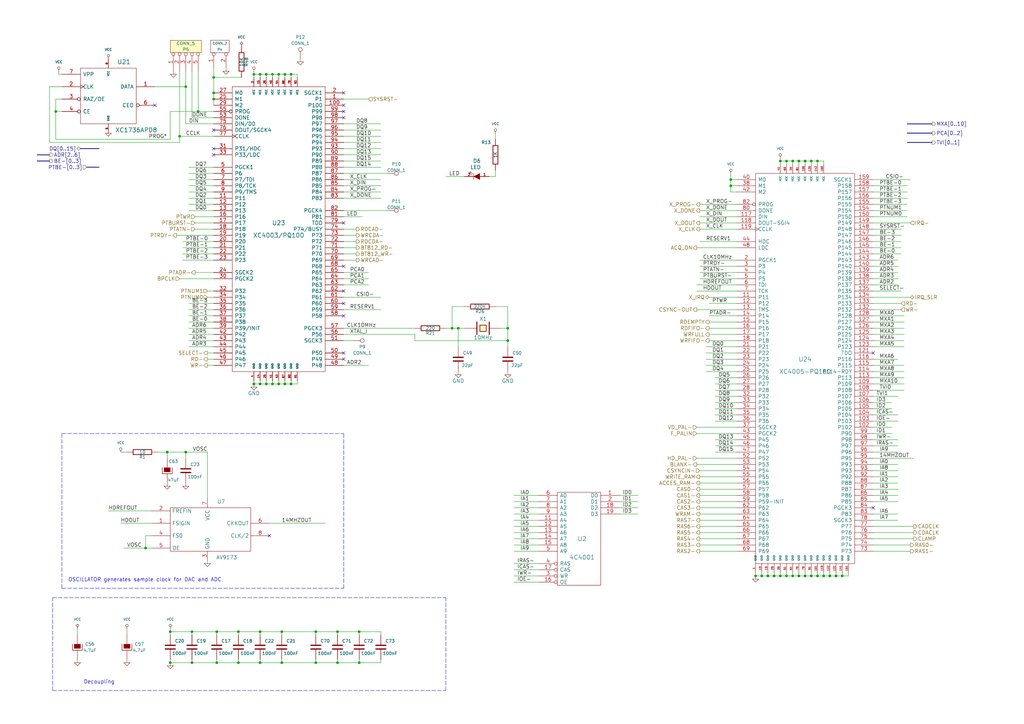
<source format=kicad_sch>
(kicad_sch (version 20231120) (generator "eeschema") (generator_version "8.0")
  (paper "A3")
  (title_block (title "Video") (date "Sun 22 Mar 2015") (rev "2.0B") (company "Kicad EDA") (comment 1 "Xilinxs"))
  (junction (at 320.04 236.22))
  (junction (at 330.2 66.04))
  (junction (at 129.54 271.78) (diameter 0.9144))
  (junction (at 106.68 271.78) (diameter 0.9144))
  (junction (at 115.57 259.08) (diameter 0.9144))
  (junction (at 109.22 157.48))
  (junction (at 119.38 30.48))
  (junction (at 73.66 55.88) (diameter 0.9144))
  (junction (at 119.38 157.48))
  (junction (at 147.32 271.78) (diameter 0.9144))
  (junction (at 97.79 259.08) (diameter 0.9144))
  (junction (at 147.32 259.08) (diameter 0.9144))
  (junction (at 208.28 134.62) (diameter 0.9144))
  (junction (at 106.68 259.08) (diameter 0.9144))
  (junction (at 335.28 236.22))
  (junction (at 97.79 271.78) (diameter 0.9144))
  (junction (at 320.04 66.04))
  (junction (at 327.66 236.22))
  (junction (at 322.58 236.22))
  (junction (at 106.68 30.48))
  (junction (at 87.63 31.75) (diameter 0.9144))
  (junction (at 116.84 157.48))
  (junction (at 87.63 38.1) (diameter 0.9144))
  (junction (at 78.74 271.78) (diameter 0.9144))
  (junction (at 327.66 66.04))
  (junction (at 335.28 66.04))
  (junction (at 340.36 236.22))
  (junction (at 345.44 236.22))
  (junction (at 138.43 271.78) (diameter 0.9144))
  (junction (at 81.28 45.72) (diameter 0.9144))
  (junction (at 322.58 66.04))
  (junction (at 116.84 30.48))
  (junction (at 109.22 30.48))
  (junction (at 337.82 236.22))
  (junction (at 69.85 259.08) (diameter 0.9144))
  (junction (at 76.2 35.56) (diameter 0.9144))
  (junction (at 104.14 30.48))
  (junction (at 138.43 259.08) (diameter 0.9144))
  (junction (at 114.3 157.48))
  (junction (at 299.72 76.2) (diameter 0.9144))
  (junction (at 69.85 271.78) (diameter 0.9144))
  (junction (at 129.54 259.08) (diameter 0.9144))
  (junction (at 317.5 236.22))
  (junction (at 111.76 30.48))
  (junction (at 76.2 185.42) (diameter 0.9144))
  (junction (at 299.72 73.66) (diameter 0.9144))
  (junction (at 185.42 134.62) (diameter 0.9144))
  (junction (at 115.57 271.78) (diameter 0.9144))
  (junction (at 309.88 236.22))
  (junction (at 104.14 157.48))
  (junction (at 78.74 259.08) (diameter 0.9144))
  (junction (at 111.76 157.48))
  (junction (at 88.9 259.08) (diameter 0.9144))
  (junction (at 325.12 236.22))
  (junction (at 314.96 236.22))
  (junction (at 22.86 45.72) (diameter 0.9144))
  (junction (at 88.9 271.78) (diameter 0.9144))
  (junction (at 59.69 224.79) (diameter 0.9144))
  (junction (at 332.74 236.22))
  (junction (at 332.74 66.04))
  (junction (at 312.42 236.22))
  (junction (at 325.12 66.04))
  (junction (at 114.3 30.48))
  (junction (at 68.58 185.42) (diameter 0.9144))
  (junction (at 187.96 134.62) (diameter 0.9144))
  (junction (at 106.68 157.48))
  (junction (at 87.63 40.64) (diameter 0.9144))
  (junction (at 342.9 236.22))
  (junction (at 208.28 139.7) (diameter 0.9144))
  (junction (at 330.2 236.22))
  (no_connect (at 140.97 119.38))
  (no_connect (at 140.97 45.72))
  (no_connect (at 140.97 109.22))
  (no_connect (at 87.63 60.96))
  (no_connect (at 140.97 43.18))
  (no_connect (at 140.97 38.1))
  (no_connect (at 358.14 144.78))
  (no_connect (at 140.97 129.54))
  (no_connect (at 140.97 147.32))
  (no_connect (at 140.97 124.46))
  (no_connect (at 358.14 208.28))
  (no_connect (at 63.5 43.18))
  (no_connect (at 140.97 144.78))
  (no_connect (at 87.63 63.5))
  (no_connect (at 140.97 91.44))
  (no_connect (at 110.49 219.71))
  (no_connect (at 140.97 48.26))
  (no_connect (at 87.63 53.34))
  (wire (pts (xy 76.2 185.42) (xy 85.09 185.42)))
  (wire (pts (xy 330.2 66.04) (xy 330.2 67.31)))
  (wire (pts (xy 345.44 234.95) (xy 345.44 236.22)))
  (wire (pts (xy 73.66 55.88) (xy 87.63 55.88)))
  (wire (pts (xy 129.54 271.78) (xy 138.43 271.78)))
  (wire (pts (xy 342.9 236.22) (xy 345.44 236.22)))
  (wire (pts (xy 85.09 149.86) (xy 87.63 149.86)))
  (wire (pts (xy 220.98 220.98) (xy 210.82 220.98)))
  (wire (pts (xy 287.02 210.82) (xy 302.26 210.82)))
  (wire (pts (xy 78.74 29.21) (xy 78.74 48.26)))
  (wire (pts (xy 358.14 162.56) (xy 368.3 162.56)))
  (wire (pts (xy 87.63 132.08) (xy 77.47 132.08)))
  (wire (pts (xy 327.66 66.04) (xy 330.2 66.04)))
  (wire (pts (xy 78.74 48.26) (xy 87.63 48.26)))
  (wire (pts (xy 203.2 54.61) (xy 203.2 57.15)))
  (wire (pts (xy 208.28 125.73) (xy 208.28 134.62)))
  (wire (pts (xy 358.14 139.7) (xy 370.84 139.7)))
  (wire (pts (xy 140.97 101.6) (xy 146.05 101.6)))
  (wire (pts (xy 347.98 234.95) (xy 347.98 236.22)))
  (wire (pts (xy 337.82 67.31) (xy 337.82 66.04)))
  (wire (pts (xy 302.26 152.4) (xy 289.56 152.4)))
  (wire (pts (xy 24.13 30.48) (xy 25.4 30.48)))
  (wire (pts (xy 302.26 137.16) (xy 290.83 137.16)))
  (wire (pts (xy 109.22 157.48) (xy 111.76 157.48)))
  (wire (pts (xy 342.9 234.95) (xy 342.9 236.22)))
  (wire (pts (xy 68.58 199.39) (xy 68.58 198.12)))
  (wire (pts (xy 299.72 78.74) (xy 302.26 78.74)))
  (wire (pts (xy 358.14 177.8) (xy 365.76 177.8)))
  (wire (pts (xy 368.3 182.88) (xy 358.14 182.88)))
  (wire (pts (xy 287.02 208.28) (xy 302.26 208.28)))
  (wire (pts (xy 140.97 121.92) (xy 156.21 121.92)))
  (wire (pts (xy 358.14 154.94) (xy 370.84 154.94)))
  (wire (pts (xy 104.14 157.48) (xy 106.68 157.48)))
  (wire (pts (xy 77.47 76.2) (xy 87.63 76.2)))
  (wire (pts (xy 52.07 271.78) (xy 52.07 270.51)))
  (wire (pts (xy 358.14 147.32) (xy 368.3 147.32)))
  (wire (pts (xy 140.97 50.8) (xy 156.21 50.8)))
  (wire (pts (xy 115.57 259.08) (xy 115.57 260.35)))
  (wire (pts (xy 109.22 30.48) (xy 111.76 30.48)))
  (wire (pts (xy 358.14 187.96) (xy 374.65 187.96)))
  (wire (pts (xy 114.3 156.21) (xy 114.3 157.48)))
  (wire (pts (xy 123.19 24.13) (xy 123.19 25.4)))
  (wire (pts (xy 358.14 175.26) (xy 365.76 175.26)))
  (wire (pts (xy 287.02 193.04) (xy 302.26 193.04)))
  (wire (pts (xy 299.72 73.66) (xy 302.26 73.66)))
  (wire (pts (xy 330.2 66.04) (xy 332.74 66.04)))
  (wire (pts (xy 287.02 226.06) (xy 302.26 226.06)))
  (wire (pts (xy 302.26 114.3) (xy 287.02 114.3)))
  (wire (pts (xy 140.97 86.36) (xy 158.75 86.36)))
  (wire (pts (xy 187.96 153.67) (xy 187.96 152.4)))
  (bus (pts (xy 33.02 60.96) (xy 40.64 60.96)))
  (wire (pts (xy 220.98 218.44) (xy 210.82 218.44)))
  (wire (pts (xy 254 210.82) (xy 261.62 210.82)))
  (wire (pts (xy 87.63 139.7) (xy 77.47 139.7)))
  (wire (pts (xy 52.07 185.42) (xy 49.53 185.42)))
  (wire (pts (xy 140.97 104.14) (xy 146.05 104.14)))
  (wire (pts (xy 287.02 203.2) (xy 302.26 203.2)))
  (wire (pts (xy 106.68 156.21) (xy 106.68 157.48)))
  (wire (pts (xy 220.98 205.74) (xy 210.82 205.74)))
  (wire (pts (xy 20.32 35.56) (xy 20.32 58.42)))
  (wire (pts (xy 119.38 30.48) (xy 119.38 31.75)))
  (wire (pts (xy 140.97 53.34) (xy 156.21 53.34)))
  (wire (pts (xy 87.63 129.54) (xy 77.47 129.54)))
  (wire (pts (xy 140.97 78.74) (xy 156.21 78.74)))
  (wire (pts (xy 302.26 147.32) (xy 289.56 147.32)))
  (wire (pts (xy 293.37 167.64) (xy 302.26 167.64)))
  (wire (pts (xy 111.76 30.48) (xy 111.76 31.75)))
  (wire (pts (xy 138.43 271.78) (xy 147.32 271.78)))
  (wire (pts (xy 358.14 223.52) (xy 373.38 223.52)))
  (wire (pts (xy 299.72 71.12) (xy 299.72 73.66)))
  (wire (pts (xy 69.85 45.72) (xy 81.28 45.72)))
  (wire (pts (xy 140.97 73.66) (xy 156.21 73.66)))
  (wire (pts (xy 293.37 185.42) (xy 302.26 185.42)))
  (wire (pts (xy 290.83 134.62) (xy 302.26 134.62)))
  (wire (pts (xy 358.14 160.02) (xy 370.84 160.02)))
  (wire (pts (xy 77.47 86.36) (xy 87.63 86.36)))
  (wire (pts (xy 170.18 139.7) (xy 170.18 137.16)))
  (wire (pts (xy 69.85 271.78) (xy 69.85 273.05)))
  (wire (pts (xy 140.97 68.58) (xy 156.21 68.58)))
  (wire (pts (xy 182.88 72.39) (xy 190.5 72.39)))
  (wire (pts (xy 290.83 139.7) (xy 302.26 139.7)))
  (wire (pts (xy 335.28 236.22) (xy 337.82 236.22)))
  (wire (pts (xy 106.68 157.48) (xy 109.22 157.48)))
  (wire (pts (xy 325.12 236.22) (xy 327.66 236.22)))
  (wire (pts (xy 88.9 259.08) (xy 88.9 260.35)))
  (wire (pts (xy 358.14 215.9) (xy 374.65 215.9)))
  (wire (pts (xy 52.07 257.81) (xy 52.07 260.35)))
  (wire (pts (xy 88.9 270.51) (xy 88.9 271.78)))
  (wire (pts (xy 369.57 96.52) (xy 358.14 96.52)))
  (wire (pts (xy 88.9 271.78) (xy 97.79 271.78)))
  (wire (pts (xy 358.14 134.62) (xy 370.84 134.62)))
  (wire (pts (xy 287.02 93.98) (xy 302.26 93.98)))
  (polyline (pts (xy 25.4 177.8) (xy 140.97 177.8)) (stroke (width 0) (type dash)))
  (wire (pts (xy 368.3 203.2) (xy 358.14 203.2)))
  (wire (pts (xy 140.97 139.7) (xy 144.78 139.7)))
  (wire (pts (xy 368.3 198.12) (xy 358.14 198.12)))
  (wire (pts (xy 358.14 73.66) (xy 373.38 73.66)))
  (wire (pts (xy 320.04 236.22) (xy 322.58 236.22)))
  (wire (pts (xy 156.21 271.78) (xy 156.21 270.51)))
  (wire (pts (xy 87.63 38.1) (xy 87.63 40.64)))
  (wire (pts (xy 129.54 259.08) (xy 138.43 259.08)))
  (wire (pts (xy 140.97 76.2) (xy 156.21 76.2)))
  (wire (pts (xy 80.01 93.98) (xy 87.63 93.98)))
  (wire (pts (xy 335.28 67.31) (xy 335.28 66.04)))
  (wire (pts (xy 220.98 213.36) (xy 210.82 213.36)))
  (wire (pts (xy 140.97 106.68) (xy 146.05 106.68)))
  (wire (pts (xy 24.13 29.21) (xy 24.13 30.48)))
  (wire (pts (xy 358.14 165.1) (xy 365.76 165.1)))
  (wire (pts (xy 115.57 271.78) (xy 129.54 271.78)))
  (wire (pts (xy 77.47 71.12) (xy 87.63 71.12)))
  (wire (pts (xy 88.9 259.08) (xy 97.79 259.08)))
  (wire (pts (xy 87.63 101.6) (xy 74.93 101.6)))
  (wire (pts (xy 111.76 156.21) (xy 111.76 157.48)))
  (wire (pts (xy 147.32 271.78) (xy 156.21 271.78)))
  (wire (pts (xy 302.26 109.22) (xy 287.02 109.22)))
  (wire (pts (xy 372.11 88.9) (xy 358.14 88.9)))
  (wire (pts (xy 140.97 81.28) (xy 156.21 81.28)))
  (wire (pts (xy 372.11 83.82) (xy 358.14 83.82)))
  (wire (pts (xy 358.14 149.86) (xy 370.84 149.86)))
  (wire (pts (xy 254 205.74) (xy 261.62 205.74)))
  (wire (pts (xy 293.37 162.56) (xy 302.26 162.56)))
  (wire (pts (xy 111.76 30.48) (xy 114.3 30.48)))
  (wire (pts (xy 368.3 172.72) (xy 358.14 172.72)))
  (wire (pts (xy 358.14 91.44) (xy 373.38 91.44)))
  (wire (pts (xy 372.11 86.36) (xy 358.14 86.36)))
  (bus (pts (xy 15.24 63.5) (xy 20.32 63.5)))
  (wire (pts (xy 69.85 259.08) (xy 69.85 260.35)))
  (wire (pts (xy 116.84 30.48) (xy 116.84 31.75)))
  (polyline (pts (xy 25.4 241.3) (xy 140.97 241.3)) (stroke (width 0) (type dash)))
  (wire (pts (xy 299.72 73.66) (xy 299.72 76.2)))
  (wire (pts (xy 80.01 88.9) (xy 87.63 88.9)))
  (wire (pts (xy 119.38 30.48) (xy 121.92 30.48)))
  (wire (pts (xy 78.74 260.35) (xy 78.74 259.08)))
  (wire (pts (xy 59.69 224.79) (xy 59.69 219.71)))
  (wire (pts (xy 358.14 121.92) (xy 373.38 121.92)))
  (wire (pts (xy 337.82 66.04) (xy 335.28 66.04)))
  (wire (pts (xy 312.42 236.22) (xy 314.96 236.22)))
  (wire (pts (xy 50.8 224.79) (xy 59.69 224.79)))
  (wire (pts (xy 115.57 270.51) (xy 115.57 271.78)))
  (wire (pts (xy 287.02 215.9) (xy 302.26 215.9)))
  (wire (pts (xy 340.36 236.22) (xy 342.9 236.22)))
  (wire (pts (xy 71.12 30.48) (xy 71.12 29.21)))
  (wire (pts (xy 69.85 271.78) (xy 78.74 271.78)))
  (wire (pts (xy 140.97 111.76) (xy 151.13 111.76)))
  (wire (pts (xy 358.14 142.24) (xy 370.84 142.24)))
  (bus (pts (xy 372.11 50.8) (xy 382.27 50.8)))
  (wire (pts (xy 220.98 238.76) (xy 210.82 238.76)))
  (wire (pts (xy 77.47 83.82) (xy 87.63 83.82)))
  (wire (pts (xy 140.97 99.06) (xy 146.05 99.06)))
  (wire (pts (xy 140.97 88.9) (xy 148.59 88.9)))
  (wire (pts (xy 138.43 259.08) (xy 147.32 259.08)))
  (wire (pts (xy 77.47 81.28) (xy 87.63 81.28)))
  (wire (pts (xy 285.75 177.8) (xy 302.26 177.8)))
  (wire (pts (xy 287.02 223.52) (xy 302.26 223.52)))
  (wire (pts (xy 140.97 93.98) (xy 146.05 93.98)))
  (wire (pts (xy 205.74 134.62) (xy 208.28 134.62)))
  (wire (pts (xy 368.3 210.82) (xy 358.14 210.82)))
  (wire (pts (xy 182.88 134.62) (xy 185.42 134.62)))
  (bus (pts (xy 15.24 66.04) (xy 20.32 66.04)))
  (wire (pts (xy 104.14 30.48) (xy 106.68 30.48)))
  (wire (pts (xy 358.14 132.08) (xy 370.84 132.08)))
  (wire (pts (xy 156.21 127) (xy 140.97 127)))
  (wire (pts (xy 287.02 200.66) (xy 302.26 200.66)))
  (wire (pts (xy 287.02 88.9) (xy 302.26 88.9)))
  (wire (pts (xy 322.58 66.04) (xy 325.12 66.04)))
  (wire (pts (xy 77.47 73.66) (xy 87.63 73.66)))
  (wire (pts (xy 309.88 236.22) (xy 312.42 236.22)))
  (wire (pts (xy 368.3 205.74) (xy 358.14 205.74)))
  (wire (pts (xy 317.5 234.95) (xy 317.5 236.22)))
  (wire (pts (xy 85.09 144.78) (xy 87.63 144.78)))
  (wire (pts (xy 335.28 234.95) (xy 335.28 236.22)))
  (wire (pts (xy 325.12 66.04) (xy 327.66 66.04)))
  (wire (pts (xy 208.28 134.62) (xy 208.28 139.7)))
  (wire (pts (xy 87.63 27.94) (xy 87.63 31.75)))
  (wire (pts (xy 104.14 156.21) (xy 104.14 157.48)))
  (polyline (pts (xy 21.59 283.21) (xy 182.88 283.21)) (stroke (width 0) (type dash)))
  (wire (pts (xy 76.2 35.56) (xy 76.2 50.8)))
  (wire (pts (xy 20.32 58.42) (xy 73.66 58.42)))
  (wire (pts (xy 114.3 30.48) (xy 116.84 30.48)))
  (wire (pts (xy 187.96 134.62) (xy 187.96 142.24)))
  (wire (pts (xy 302.26 99.06) (xy 287.02 99.06)))
  (wire (pts (xy 358.14 106.68) (xy 368.3 106.68)))
  (wire (pts (xy 119.38 156.21) (xy 119.38 157.48)))
  (wire (pts (xy 322.58 66.04) (xy 322.58 67.31)))
  (wire (pts (xy 78.74 270.51) (xy 78.74 271.78)))
  (wire (pts (xy 320.04 66.04) (xy 320.04 67.31)))
  (wire (pts (xy 85.09 147.32) (xy 87.63 147.32)))
  (wire (pts (xy 85.09 119.38) (xy 87.63 119.38)))
  (wire (pts (xy 119.38 157.48) (xy 121.92 157.48)))
  (wire (pts (xy 140.97 116.84) (xy 151.13 116.84)))
  (wire (pts (xy 340.36 234.95) (xy 340.36 236.22)))
  (wire (pts (xy 285.75 187.96) (xy 302.26 187.96)))
  (wire (pts (xy 358.14 129.54) (xy 370.84 129.54)))
  (wire (pts (xy 220.98 215.9) (xy 210.82 215.9)))
  (wire (pts (xy 92.71 29.21) (xy 92.71 27.94)))
  (wire (pts (xy 76.2 185.42) (xy 76.2 187.96)))
  (wire (pts (xy 293.37 165.1) (xy 302.26 165.1)))
  (wire (pts (xy 314.96 234.95) (xy 314.96 236.22)))
  (wire (pts (xy 368.3 180.34) (xy 358.14 180.34)))
  (wire (pts (xy 22.86 40.64) (xy 22.86 45.72)))
  (wire (pts (xy 104.14 29.21) (xy 104.14 30.48)))
  (wire (pts (xy 76.2 199.39) (xy 76.2 198.12)))
  (wire (pts (xy 72.39 96.52) (xy 87.63 96.52)))
  (wire (pts (xy 44.45 209.55) (xy 62.23 209.55)))
  (wire (pts (xy 369.57 104.14) (xy 358.14 104.14)))
  (polyline (pts (xy 21.59 245.11) (xy 182.88 245.11)) (stroke (width 0) (type dash)))
  (wire (pts (xy 345.44 236.22) (xy 347.98 236.22)))
  (wire (pts (xy 77.47 68.58) (xy 87.63 68.58)))
  (wire (pts (xy 151.13 149.86) (xy 140.97 149.86)))
  (wire (pts (xy 287.02 86.36) (xy 302.26 86.36)))
  (wire (pts (xy 109.22 156.21) (xy 109.22 157.48)))
  (wire (pts (xy 372.11 78.74) (xy 358.14 78.74)))
  (wire (pts (xy 116.84 156.21) (xy 116.84 157.48)))
  (wire (pts (xy 302.26 142.24) (xy 289.56 142.24)))
  (wire (pts (xy 63.5 35.56) (xy 76.2 35.56)))
  (wire (pts (xy 87.63 134.62) (xy 77.47 134.62)))
  (wire (pts (xy 220.98 226.06) (xy 210.82 226.06)))
  (wire (pts (xy 31.75 271.78) (xy 31.75 270.51)))
  (wire (pts (xy 69.85 57.15) (xy 69.85 45.72)))
  (wire (pts (xy 368.3 190.5) (xy 358.14 190.5)))
  (wire (pts (xy 187.96 134.62) (xy 190.5 134.62)))
  (wire (pts (xy 147.32 259.08) (xy 147.32 260.35)))
  (wire (pts (xy 104.14 157.48) (xy 104.14 158.75)))
  (wire (pts (xy 368.3 213.36) (xy 358.14 213.36)))
  (wire (pts (xy 111.76 157.48) (xy 114.3 157.48)))
  (wire (pts (xy 116.84 30.48) (xy 119.38 30.48)))
  (wire (pts (xy 325.12 66.04) (xy 325.12 67.31)))
  (wire (pts (xy 287.02 83.82) (xy 302.26 83.82)))
  (wire (pts (xy 185.42 125.73) (xy 190.5 125.73)))
  (wire (pts (xy 358.14 119.38) (xy 369.57 119.38)))
  (wire (pts (xy 287.02 106.68) (xy 302.26 106.68)))
  (wire (pts (xy 322.58 236.22) (xy 325.12 236.22)))
  (wire (pts (xy 309.88 234.95) (xy 309.88 236.22)))
  (wire (pts (xy 208.28 139.7) (xy 208.28 142.24)))
  (wire (pts (xy 25.4 45.72) (xy 22.86 45.72)))
  (wire (pts (xy 129.54 259.08) (xy 129.54 260.35)))
  (wire (pts (xy 85.09 185.42) (xy 85.09 204.47)))
  (wire (pts (xy 185.42 125.73) (xy 185.42 134.62)))
  (wire (pts (xy 68.58 185.42) (xy 76.2 185.42)))
  (wire (pts (xy 106.68 30.48) (xy 106.68 31.75)))
  (wire (pts (xy 358.14 167.64) (xy 365.76 167.64)))
  (wire (pts (xy 327.66 66.04) (xy 327.66 67.31)))
  (wire (pts (xy 293.37 172.72) (xy 302.26 172.72)))
  (wire (pts (xy 358.14 218.44) (xy 374.65 218.44)))
  (bus (pts (xy 35.56 68.58) (xy 40.64 68.58)))
  (wire (pts (xy 77.47 78.74) (xy 87.63 78.74)))
  (wire (pts (xy 68.58 185.42) (xy 68.58 187.96)))
  (wire (pts (xy 368.3 111.76) (xy 358.14 111.76)))
  (wire (pts (xy 109.22 30.48) (xy 109.22 31.75)))
  (wire (pts (xy 22.86 45.72) (xy 22.86 57.15)))
  (wire (pts (xy 49.53 214.63) (xy 62.23 214.63)))
  (wire (pts (xy 337.82 236.22) (xy 340.36 236.22)))
  (wire (pts (xy 87.63 99.06) (xy 74.93 99.06)))
  (wire (pts (xy 59.69 219.71) (xy 62.23 219.71)))
  (bus (pts (xy 372.11 54.61) (xy 382.27 54.61)))
  (wire (pts (xy 287.02 198.12) (xy 302.26 198.12)))
  (wire (pts (xy 140.97 55.88) (xy 156.21 55.88)))
  (wire (pts (xy 320.04 234.95) (xy 320.04 236.22)))
  (wire (pts (xy 156.21 259.08) (xy 156.21 260.35)))
  (wire (pts (xy 85.09 121.92) (xy 87.63 121.92)))
  (wire (pts (xy 293.37 182.88) (xy 302.26 182.88)))
  (wire (pts (xy 368.3 195.58) (xy 358.14 195.58)))
  (wire (pts (xy 185.42 134.62) (xy 187.96 134.62)))
  (wire (pts (xy 140.97 96.52) (xy 146.05 96.52)))
  (wire (pts (xy 287.02 220.98) (xy 302.26 220.98)))
  (wire (pts (xy 138.43 271.78) (xy 138.43 270.51)))
  (wire (pts (xy 302.26 149.86) (xy 289.56 149.86)))
  (wire (pts (xy 327.66 234.95) (xy 327.66 236.22)))
  (wire (pts (xy 106.68 259.08) (xy 106.68 260.35)))
  (wire (pts (xy 332.74 236.22) (xy 335.28 236.22)))
  (wire (pts (xy 64.77 185.42) (xy 68.58 185.42)))
  (wire (pts (xy 140.97 134.62) (xy 170.18 134.62)))
  (wire (pts (xy 104.14 30.48) (xy 104.14 31.75)))
  (wire (pts (xy 73.66 58.42) (xy 73.66 55.88)))
  (wire (pts (xy 220.98 203.2) (xy 210.82 203.2)))
  (wire (pts (xy 287.02 195.58) (xy 302.26 195.58)))
  (wire (pts (xy 368.3 114.3) (xy 358.14 114.3)))
  (wire (pts (xy 81.28 45.72) (xy 87.63 45.72)))
  (wire (pts (xy 129.54 271.78) (xy 129.54 270.51)))
  (wire (pts (xy 299.72 76.2) (xy 302.26 76.2)))
  (wire (pts (xy 78.74 271.78) (xy 88.9 271.78)))
  (wire (pts (xy 358.14 226.06) (xy 373.38 226.06)))
  (wire (pts (xy 147.32 259.08) (xy 156.21 259.08)))
  (wire (pts (xy 97.79 259.08) (xy 106.68 259.08)))
  (wire (pts (xy 358.14 124.46) (xy 369.57 124.46)))
  (wire (pts (xy 106.68 271.78) (xy 115.57 271.78)))
  (wire (pts (xy 368.3 185.42) (xy 358.14 185.42)))
  (wire (pts (xy 59.69 224.79) (xy 62.23 224.79)))
  (wire (pts (xy 325.12 234.95) (xy 325.12 236.22)))
  (wire (pts (xy 106.68 30.48) (xy 109.22 30.48)))
  (wire (pts (xy 285.75 116.84) (xy 302.26 116.84)))
  (wire (pts (xy 254 203.2) (xy 261.62 203.2)))
  (wire (pts (xy 293.37 170.18) (xy 302.26 170.18)))
  (wire (pts (xy 302.26 124.46) (xy 290.83 124.46)))
  (wire (pts (xy 309.88 236.22) (xy 309.88 237.49)))
  (wire (pts (xy 293.37 180.34) (xy 302.26 180.34)))
  (wire (pts (xy 31.75 257.81) (xy 31.75 260.35)))
  (wire (pts (xy 110.49 214.63) (xy 133.35 214.63)))
  (wire (pts (xy 302.26 129.54) (xy 290.83 129.54)))
  (wire (pts (xy 106.68 259.08) (xy 115.57 259.08)))
  (wire (pts (xy 220.98 231.14) (xy 210.82 231.14)))
  (wire (pts (xy 220.98 236.22) (xy 210.82 236.22)))
  (wire (pts (xy 322.58 234.95) (xy 322.58 236.22)))
  (wire (pts (xy 114.3 157.48) (xy 116.84 157.48)))
  (wire (pts (xy 81.28 29.21) (xy 81.28 45.72)))
  (wire (pts (xy 106.68 270.51) (xy 106.68 271.78)))
  (wire (pts (xy 87.63 127) (xy 77.47 127)))
  (wire (pts (xy 332.74 234.95) (xy 332.74 236.22)))
  (wire (pts (xy 121.92 30.48) (xy 121.92 31.75)))
  (wire (pts (xy 69.85 270.51) (xy 69.85 271.78)))
  (wire (pts (xy 220.98 223.52) (xy 210.82 223.52)))
  (wire (pts (xy 203.2 125.73) (xy 208.28 125.73)))
  (wire (pts (xy 147.32 271.78) (xy 147.32 270.51)))
  (wire (pts (xy 114.3 30.48) (xy 114.3 31.75)))
  (wire (pts (xy 140.97 60.96) (xy 156.21 60.96)))
  (wire (pts (xy 69.85 257.81) (xy 69.85 259.08)))
  (wire (pts (xy 368.3 193.04) (xy 358.14 193.04)))
  (wire (pts (xy 320.04 64.77) (xy 320.04 66.04)))
  (wire (pts (xy 358.14 137.16) (xy 370.84 137.16)))
  (wire (pts (xy 293.37 160.02) (xy 302.26 160.02)))
  (polyline (pts (xy 182.88 283.21) (xy 182.88 245.11)) (stroke (width 0) (type dash)))
  (wire (pts (xy 285.75 190.5) (xy 302.26 190.5)))
  (wire (pts (xy 208.28 152.4) (xy 208.28 153.67)))
  (wire (pts (xy 320.04 66.04) (xy 322.58 66.04)))
  (wire (pts (xy 285.75 119.38) (xy 302.26 119.38)))
  (wire (pts (xy 372.11 76.2) (xy 358.14 76.2)))
  (wire (pts (xy 140.97 66.04) (xy 156.21 66.04)))
  (wire (pts (xy 302.26 144.78) (xy 289.56 144.78)))
  (wire (pts (xy 87.63 104.14) (xy 74.93 104.14)))
  (wire (pts (xy 220.98 208.28) (xy 210.82 208.28)))
  (wire (pts (xy 203.2 72.39) (xy 203.2 69.85)))
  (wire (pts (xy 140.97 114.3) (xy 151.13 114.3)))
  (wire (pts (xy 314.96 236.22) (xy 317.5 236.22)))
  (wire (pts (xy 87.63 40.64) (xy 87.63 43.18)))
  (wire (pts (xy 220.98 210.82) (xy 210.82 210.82)))
  (wire (pts (xy 87.63 142.24) (xy 77.47 142.24)))
  (wire (pts (xy 302.26 111.76) (xy 287.02 111.76)))
  (wire (pts (xy 285.75 175.26) (xy 302.26 175.26)))
  (wire (pts (xy 369.57 99.06) (xy 358.14 99.06)))
  (wire (pts (xy 372.11 81.28) (xy 358.14 81.28)))
  (wire (pts (xy 369.57 93.98) (xy 358.14 93.98)))
  (wire (pts (xy 287.02 218.44) (xy 302.26 218.44)))
  (wire (pts (xy 299.72 76.2) (xy 299.72 78.74)))
  (wire (pts (xy 368.3 109.22) (xy 358.14 109.22)))
  (wire (pts (xy 327.66 236.22) (xy 330.2 236.22)))
  (wire (pts (xy 138.43 259.08) (xy 138.43 260.35)))
  (wire (pts (xy 332.74 66.04) (xy 332.74 67.31)))
  (wire (pts (xy 358.14 220.98) (xy 374.65 220.98)))
  (wire (pts (xy 87.63 114.3) (xy 73.66 114.3)))
  (wire (pts (xy 254 208.28) (xy 261.62 208.28)))
  (wire (pts (xy 87.63 31.75) (xy 87.63 38.1)))
  (wire (pts (xy 220.98 233.68) (xy 210.82 233.68)))
  (wire (pts (xy 302.26 121.92) (xy 290.83 121.92)))
  (wire (pts (xy 302.26 132.08) (xy 290.83 132.08)))
  (wire (pts (xy 151.13 40.64) (xy 140.97 40.64)))
  (wire (pts (xy 312.42 234.95) (xy 312.42 236.22)))
  (polyline (pts (xy 25.4 241.3) (xy 25.4 177.8)) (stroke (width 0) (type dash)))
  (bus (pts (xy 372.11 58.42) (xy 382.27 58.42)))
  (polyline (pts (xy 21.59 283.21) (xy 21.59 245.11)) (stroke (width 0) (type dash)))
  (wire (pts (xy 97.79 271.78) (xy 106.68 271.78)))
  (wire (pts (xy 287.02 205.74) (xy 302.26 205.74)))
  (wire (pts (xy 208.28 139.7) (xy 170.18 139.7)))
  (wire (pts (xy 73.66 29.21) (xy 73.66 55.88)))
  (wire (pts (xy 22.86 57.15) (xy 69.85 57.15)))
  (wire (pts (xy 80.01 91.44) (xy 87.63 91.44)))
  (wire (pts (xy 337.82 234.95) (xy 337.82 236.22)))
  (wire (pts (xy 87.63 31.75) (xy 99.06 31.75)))
  (wire (pts (xy 200.66 72.39) (xy 203.2 72.39)))
  (wire (pts (xy 287.02 213.36) (xy 302.26 213.36)))
  (wire (pts (xy 87.63 124.46) (xy 77.47 124.46)))
  (wire (pts (xy 87.63 137.16) (xy 77.47 137.16)))
  (wire (pts (xy 358.14 127) (xy 369.57 127)))
  (wire (pts (xy 358.14 152.4) (xy 370.84 152.4)))
  (wire (pts (xy 25.4 35.56) (xy 20.32 35.56)))
  (wire (pts (xy 87.63 106.68) (xy 74.93 106.68)))
  (wire (pts (xy 358.14 157.48) (xy 370.84 157.48)))
  (wire (pts (xy 332.74 66.04) (xy 335.28 66.04)))
  (wire (pts (xy 97.79 270.51) (xy 97.79 271.78)))
  (wire (pts (xy 116.84 157.48) (xy 119.38 157.48)))
  (polyline (pts (xy 140.97 241.3) (xy 140.97 177.8)) (stroke (width 0) (type dash)))
  (wire (pts (xy 368.3 170.18) (xy 358.14 170.18)))
  (wire (pts (xy 285.75 101.6) (xy 302.26 101.6)))
  (wire (pts (xy 285.75 127) (xy 302.26 127)))
  (wire (pts (xy 140.97 71.12) (xy 158.75 71.12)))
  (wire (pts (xy 369.57 101.6) (xy 358.14 101.6)))
  (wire (pts (xy 25.4 40.64) (xy 22.86 40.64)))
  (wire (pts (xy 330.2 236.22) (xy 332.74 236.22)))
  (wire (pts (xy 85.09 229.87) (xy 85.09 231.14)))
  (wire (pts (xy 76.2 50.8) (xy 87.63 50.8)))
  (wire (pts (xy 140.97 63.5) (xy 156.21 63.5)))
  (wire (pts (xy 69.85 259.08) (xy 78.74 259.08)))
  (wire (pts (xy 76.2 29.21) (xy 76.2 35.56)))
  (wire (pts (xy 368.3 116.84) (xy 358.14 116.84)))
  (wire (pts (xy 121.92 157.48) (xy 121.92 156.21)))
  (wire (pts (xy 287.02 91.44) (xy 302.26 91.44)))
  (wire (pts (xy 78.74 259.08) (xy 88.9 259.08)))
  (wire (pts (xy 115.57 259.08) (xy 129.54 259.08)))
  (wire (pts (xy 317.5 236.22) (xy 320.04 236.22)))
  (wire (pts (xy 330.2 234.95) (xy 330.2 236.22)))
  (wire (pts (xy 368.3 200.66) (xy 358.14 200.66)))
  (wire (pts (xy 80.01 111.76) (xy 87.63 111.76)))
  (wire (pts (xy 302.26 154.94) (xy 293.37 154.94)))
  (wire (pts (xy 140.97 58.42) (xy 156.21 58.42)))
  (wire (pts (xy 170.18 137.16) (xy 140.97 137.16)))
  (wire (pts (xy 97.79 260.35) (xy 97.79 259.08)))
  (wire (pts (xy 302.26 157.48) (xy 293.37 157.48)))
  (text "Decoupling" (at 34.29 280.67 0) (effects (font (size 1.524 1.524)) (justify left bottom)))
  (text "OSCILLATOR generates sample clock for DAC and ADC" (at 27.94 238.76 0) (effects (font (size 1.524 1.524)) (justify left bottom)))
  (label "X_CLK" (at 143.51 73.66 0) (effects (font (size 1.524 1.524))))
  (label "TVI0" (at 360.68 160.02 0) (effects (font (size 1.524 1.524))))
  (label "DQ1" (at 80.01 83.82 0) (effects (font (size 1.524 1.524))))
  (label "CSIO-" (at 146.05 121.92 0) (effects (font (size 1.524 1.524))))
  (label "BE-0" (at 360.68 104.14 0) (effects (font (size 1.524 1.524))))
  (label "IA9" (at 213.36 226.06 0) (effects (font (size 1.524 1.524))))
  (label "IA3" (at 360.68 200.66 0) (effects (font (size 1.524 1.524))))
  (label "BE-3" (at 78.74 124.46 0) (effects (font (size 1.524 1.524))))
  (label "RESERV1" (at 143.51 127 0) (effects (font (size 1.524 1.524))))
  (label "DQ11" (at 146.05 58.42 0) (effects (font (size 1.524 1.524))))
  (label "DQ0" (at 80.01 86.36 0) (effects (font (size 1.524 1.524))))
  (label "ID2" (at 255.27 208.28 0) (effects (font (size 1.524 1.524))))
  (label "MXA8" (at 360.68 152.4 0) (effects (font (size 1.524 1.524))))
  (label "MXA2" (at 360.68 134.62 0) (effects (font (size 1.524 1.524))))
  (label "DONE" (at 78.74 48.26 0) (effects (font (size 1.524 1.524))))
  (label "ADR5" (at 78.74 137.16 0) (effects (font (size 1.524 1.524))))
  (label "MXA1" (at 360.68 132.08 0) (effects (font (size 1.524 1.524))))
  (label "PTBE-2" (at 360.68 81.28 0) (effects (font (size 1.524 1.524))))
  (label "BE-0" (at 78.74 132.08 0) (effects (font (size 1.524 1.524))))
  (label "14MHZOUT" (at 115.57 214.63 0) (effects (font (size 1.524 1.524))))
  (label "DQ5" (at 80.01 76.2 0) (effects (font (size 1.524 1.524))))
  (label "PTBE-1" (at 76.2 101.6 0) (effects (font (size 1.524 1.524))))
  (label "IRAS-" (at 359.41 182.88 0) (effects (font (size 1.524 1.524))))
  (label "HDOUT" (at 288.29 119.38 0) (effects (font (size 1.524 1.524))))
  (label "ADR6" (at 360.68 106.68 0) (effects (font (size 1.524 1.524))))
  (label "X_PROG-" (at 289.56 83.82 0) (effects (font (size 1.524 1.524))))
  (label "DQ1" (at 292.1 144.78 0) (effects (font (size 1.524 1.524))))
  (label "ADR2" (at 142.24 149.86 0) (effects (font (size 1.524 1.524))))
  (label "PTBE-3" (at 360.68 83.82 0) (effects (font (size 1.524 1.524))))
  (label "PCA1" (at 143.51 114.3 0) (effects (font (size 1.524 1.524))))
  (label "IA4" (at 213.36 213.36 0) (effects (font (size 1.524 1.524))))
  (label "DQ4" (at 292.1 152.4 0) (effects (font (size 1.524 1.524))))
  (label "ADR3" (at 360.68 114.3 0) (effects (font (size 1.524 1.524))))
  (label "MXA6" (at 360.68 147.32 0) (effects (font (size 1.524 1.524))))
  (label "DIN" (at 77.47 50.8 0) (effects (font (size 1.524 1.524))))
  (label "MXA4" (at 360.68 139.7 0) (effects (font (size 1.524 1.524))))
  (label "IA7" (at 360.68 213.36 0) (effects (font (size 1.524 1.524))))
  (label "DQ11" (at 294.64 170.18 0) (effects (font (size 1.524 1.524))))
  (label "DQ2" (at 80.01 81.28 0) (effects (font (size 1.524 1.524))))
  (label "DQ9" (at 294.64 165.1 0) (effects (font (size 1.524 1.524))))
  (label "X_DONE" (at 289.56 86.36 0) (effects (font (size 1.524 1.524))))
  (label "PTADR-" (at 290.83 129.54 0) (effects (font (size 1.524 1.524))))
  (label "HDREFOUT" (at 44.45 209.55 0) (effects (font (size 1.524 1.524))))
  (label "IA8" (at 213.36 223.52 0) (effects (font (size 1.524 1.524))))
  (label "IA2" (at 360.68 198.12 0) (effects (font (size 1.524 1.524))))
  (label "ADR4" (at 360.68 111.76 0) (effects (font (size 1.524 1.524))))
  (label "BE-1" (at 360.68 101.6 0) (effects (font (size 1.524 1.524))))
  (label "DQ7" (at 80.01 68.58 0) (effects (font (size 1.524 1.524))))
  (label "PTNUM0" (at 360.68 88.9 0) (effects (font (size 1.524 1.524))))
  (label "ID1" (at 255.27 205.74 0) (effects (font (size 1.524 1.524))))
  (label "HDOUT" (at 49.53 214.63 0) (effects (font (size 1.524 1.524))))
  (label "X_DIN" (at 289.56 88.9 0) (effects (font (size 1.524 1.524))))
  (label "IA1" (at 360.68 195.58 0) (effects (font (size 1.524 1.524))))
  (label "MXA5" (at 360.68 142.24 0) (effects (font (size 1.524 1.524))))
  (label "DQ9" (at 146.05 53.34 0) (effects (font (size 1.524 1.524))))
  (label "IA8" (at 360.68 193.04 0) (effects (font (size 1.524 1.524))))
  (label "DQ0" (at 292.1 142.24 0) (effects (font (size 1.524 1.524))))
  (label "MXA0" (at 360.68 129.54 0) (effects (font (size 1.524 1.524))))
  (label "RESERV1" (at 289.56 99.06 0) (effects (font (size 1.524 1.524))))
  (label "DQ5" (at 294.64 154.94 0) (effects (font (size 1.524 1.524))))
  (label "PTBE-3" (at 76.2 106.68 0) (effects (font (size 1.524 1.524))))
  (label "ICAS-" (at 359.41 170.18 0) (effects (font (size 1.524 1.524))))
  (label "VOSC" (at 52.07 224.79 0) (effects (font (size 1.524 1.524))))
  (label "TVI1" (at 359.41 162.56 0) (effects (font (size 1.524 1.524))))
  (label "ADR5" (at 360.68 109.22 0) (effects (font (size 1.524 1.524))))
  (label "ADR2" (at 360.68 116.84 0) (effects (font (size 1.524 1.524))))
  (label "DQ14" (at 146.05 68.58 0) (effects (font (size 1.524 1.524))))
  (label "IA7" (at 213.36 220.98 0) (effects (font (size 1.524 1.524))))
  (label "LED" (at 142.24 88.9 0) (effects (font (size 1.524 1.524))))
  (label "DQ15" (at 146.05 66.04 0) (effects (font (size 1.524 1.524))))
  (label "ICAS-" (at 212.09 233.68 0) (effects (font (size 1.524 1.524))))
  (label "MXA7" (at 360.68 149.86 0) (effects (font (size 1.524 1.524))))
  (label "MXA9" (at 360.68 154.94 0) (effects (font (size 1.524 1.524))))
  (label "PCA0" (at 143.51 111.76 0) (effects (font (size 1.524 1.524))))
  (label "VOSC" (at 85.09 185.42 180) (effects (font (size 1.524 1.524))))
  (label "CLK10MHz" (at 288.29 106.68 0) (effects (font (size 1.524 1.524))))
  (label "X_DOUT" (at 289.56 91.44 0) (effects (font (size 1.524 1.524))))
  (label "IA5" (at 213.36 215.9 0) (effects (font (size 1.524 1.524))))
  (label "PCA2" (at 143.51 116.84 0) (effects (font (size 1.524 1.524))))
  (label "MXA3" (at 360.68 137.16 0) (effects (font (size 1.524 1.524))))
  (label "DQ8" (at 146.05 50.8 0) (effects (font (size 1.524 1.524))))
  (label "PTWR" (at 292.1 124.46 0) (effects (font (size 1.524 1.524))))
  (label "IA6" (at 213.36 218.44 0) (effects (font (size 1.524 1.524))))
  (label "IA4" (at 360.68 203.2 0) (effects (font (size 1.524 1.524))))
  (label "X_PROG-" (at 143.51 78.74 0) (effects (font (size 1.524 1.524))))
  (label "SYSRST-" (at 360.68 93.98 0) (effects (font (size 1.524 1.524))))
  (label "BE-3" (at 360.68 96.52 0) (effects (font (size 1.524 1.524))))
  (label "DQ13" (at 146.05 63.5 0) (effects (font (size 1.524 1.524))))
  (label "XTAL_I" (at 143.51 137.16 0) (effects (font (size 1.524 1.524))))
  (label "DQ12" (at 146.05 60.96 0) (effects (font (size 1.524 1.524))))
  (label "CCLK" (at 76.2 55.88 0) (effects (font (size 1.524 1.524))))
  (label "ADR4" (at 78.74 139.7 0) (effects (font (size 1.524 1.524))))
  (label "PROG*" (at 60.96 57.15 0) (effects (font (size 1.524 1.524))))
  (label "DQ3" (at 292.1 149.86 0) (effects (font (size 1.524 1.524))))
  (label "ID1" (at 359.41 177.8 0) (effects (font (size 1.524 1.524))))
  (label "PTATN-" (at 288.29 111.76 0) (effects (font (size 1.524 1.524))))
  (label "IWR-" (at 212.09 236.22 0) (effects (font (size 1.524 1.524))))
  (label "IWR-" (at 359.41 180.34 0) (effects (font (size 1.524 1.524))))
  (label "ID3" (at 359.41 165.1 0) (effects (font (size 1.524 1.524))))
  (label "IA2" (at 213.36 208.28 0) (effects (font (size 1.524 1.524))))
  (label "IA1" (at 213.36 205.74 0) (effects (font (size 1.524 1.524))))
  (label "PTNUM1" (at 360.68 86.36 0) (effects (font (size 1.524 1.524))))
  (label "DQ6" (at 294.64 157.48 0) (effects (font (size 1.524 1.524))))
  (label "IOE-" (at 359.41 172.72 0) (effects (font (size 1.524 1.524))))
  (label "PTRDY-" (at 288.29 109.22 0) (effects (font (size 1.524 1.524))))
  (label "DQ13" (at 294.64 180.34 0) (effects (font (size 1.524 1.524))))
  (label "IA3" (at 213.36 210.82 0) (effects (font (size 1.524 1.524))))
  (label "DQ12" (at 294.64 172.72 0) (effects (font (size 1.524 1.524))))
  (label "ID3" (at 255.27 210.82 0) (effects (font (size 1.524 1.524))))
  (label "X_DONE" (at 143.51 81.28 0) (effects (font (size 1.524 1.524))))
  (label "PTBE-0" (at 76.2 99.06 0) (effects (font (size 1.524 1.524))))
  (label "X_DIN" (at 143.51 76.2 0) (effects (font (size 1.524 1.524))))
  (label "BE-2" (at 78.74 127 0) (effects (font (size 1.524 1.524))))
  (label "IA0" (at 360.68 190.5 0) (effects (font (size 1.524 1.524))))
  (label "ADR6" (at 78.74 134.62 0) (effects (font (size 1.524 1.524))))
  (label "PTBE-0" (at 360.68 76.2 0) (effects (font (size 1.524 1.524))))
  (label "PTBE-2" (at 76.2 104.14 0) (effects (font (size 1.524 1.524))))
  (label "DQ4" (at 80.01 78.74 0) (effects (font (size 1.524 1.524))))
  (label "HDREFOUT" (at 288.29 116.84 0) (effects (font (size 1.524 1.524))))
  (label "BE-2" (at 360.68 99.06 0) (effects (font (size 1.524 1.524))))
  (label "DQ3" (at 80.01 73.66 0) (effects (font (size 1.524 1.524))))
  (label "IOE-" (at 212.09 238.76 0) (effects (font (size 1.524 1.524))))
  (label "IA5" (at 360.68 205.74 0) (effects (font (size 1.524 1.524))))
  (label "DQ14" (at 294.64 182.88 0) (effects (font (size 1.524 1.524))))
  (label "14MHZOUT" (at 360.68 187.96 0) (effects (font (size 1.524 1.524))))
  (label "IA6" (at 360.68 210.82 0) (effects (font (size 1.524 1.524))))
  (label "IRAS-" (at 212.09 231.14 0) (effects (font (size 1.524 1.524))))
  (label "IA0" (at 213.36 203.2 0) (effects (font (size 1.524 1.524))))
  (label "PTBURST-" (at 288.29 114.3 0) (effects (font (size 1.524 1.524))))
  (label "PTBE-1" (at 360.68 78.74 0) (effects (font (size 1.524 1.524))))
  (label "ID0" (at 255.27 203.2 0) (effects (font (size 1.524 1.524))))
  (label "ID0" (at 359.41 175.26 0) (effects (font (size 1.524 1.524))))
  (label "X_CLK" (at 289.56 93.98 0) (effects (font (size 1.524 1.524))))
  (label "CLK10MHz" (at 142.24 134.62 0) (effects (font (size 1.524 1.524))))
  (label "MXA10" (at 360.68 157.48 0) (effects (font (size 1.524 1.524))))
  (label "ID2" (at 359.41 167.64 0) (effects (font (size 1.524 1.524))))
  (label "ADR3" (at 78.74 142.24 0) (effects (font (size 1.524 1.524))))
  (label "DQ8" (at 294.64 162.56 0) (effects (font (size 1.524 1.524))))
  (label "LED" (at 184.15 72.39 0) (effects (font (size 1.524 1.524))))
  (label "DQ10" (at 146.05 55.88 0) (effects (font (size 1.524 1.524))))
  (label "DQ2" (at 292.1 147.32 0) (effects (font (size 1.524 1.524))))
  (label "IA9" (at 360.68 185.42 0) (effects (font (size 1.524 1.524))))
  (label "DQ6" (at 80.01 71.12 0) (effects (font (size 1.524 1.524))))
  (label "DQ7" (at 294.64 160.02 0) (effects (font (size 1.524 1.524))))
  (label "DQ10" (at 294.64 167.64 0) (effects (font (size 1.524 1.524))))
  (label "CSIO-" (at 363.22 73.66 0) (effects (font (size 1.524 1.524))))
  (label "DQ15" (at 294.64 185.42 0) (effects (font (size 1.524 1.524))))
  (label "BE-1" (at 78.74 129.54 0) (effects (font (size 1.524 1.524))))
  (label "SELECT-" (at 360.68 119.38 0) (effects (font (size 1.524 1.524))))
  (hierarchical_label "RAS7-" (shape output) (at 287.02 213.36 180) (effects (font (size 1.524 1.524))))
  (hierarchical_label "RDEMPTY" (shape output) (at 290.83 132.08 180) (effects (font (size 1.524 1.524))))
  (hierarchical_label "X_DOUT" (shape output) (at 287.02 91.44 180) (effects (font (size 1.524 1.524))))
  (hierarchical_label "PCA[0..2]" (shape output) (at 382.27 54.61 0) (effects (font (size 1.524 1.524))))
  (hierarchical_label "RDFIFO-" (shape output) (at 290.83 134.62 180) (effects (font (size 1.524 1.524))))
  (hierarchical_label "PTNUM1" (shape input) (at 85.09 119.38 180) (effects (font (size 1.524 1.524))))
  (hierarchical_label "X_IRQ" (shape bidirectional) (at 290.83 121.92 180) (effects (font (size 1.524 1.524))))
  (hierarchical_label "CSYNC-OUT" (shape output) (at 285.75 127 180) (effects (font (size 1.524 1.524))))
  (hierarchical_label "RAS4-" (shape output) (at 287.02 220.98 180) (effects (font (size 1.524 1.524))))
  (hierarchical_label "PTATN-" (shape input) (at 80.01 93.98 180) (effects (font (size 1.524 1.524))))
  (hierarchical_label "WRITE_RAM" (shape output) (at 287.02 195.58 180) (effects (font (size 1.524 1.524))))
  (hierarchical_label "ACQ_ON" (shape output) (at 285.75 101.6 180) (effects (font (size 1.524 1.524))))
  (hierarchical_label "X_PROG-" (shape output) (at 287.02 83.82 180) (effects (font (size 1.524 1.524))))
  (hierarchical_label "WR-" (shape input) (at 369.57 127 0) (effects (font (size 1.524 1.524))))
  (hierarchical_label "CSYNCIN-" (shape input) (at 287.02 193.04 180) (effects (font (size 1.524 1.524))))
  (hierarchical_label "CAS1-" (shape output) (at 287.02 203.2 180) (effects (font (size 1.524 1.524))))
  (hierarchical_label "HD_PAL-" (shape input) (at 285.75 187.96 180) (effects (font (size 1.524 1.524))))
  (hierarchical_label "PTWR" (shape input) (at 80.01 88.9 180) (effects (font (size 1.524 1.524))))
  (hierarchical_label "BE-[0..3]" (shape output) (at 20.32 66.04 0) (effects (font (size 1.524 1.524))))
  (hierarchical_label "PTRDY-" (shape output) (at 72.39 96.52 180) (effects (font (size 1.524 1.524))))
  (hierarchical_label "ADR[2..6]" (shape output) (at 20.32 63.5 0) (effects (font (size 1.524 1.524))))
  (hierarchical_label "WRCAD-" (shape output) (at 146.05 106.68 0) (effects (font (size 1.524 1.524))))
  (hierarchical_label "PTBURST-" (shape input) (at 80.01 91.44 180) (effects (font (size 1.524 1.524))))
  (hierarchical_label "BPCLK" (shape input) (at 73.66 114.3 180) (effects (font (size 1.524 1.524))))
  (hierarchical_label "RAS0-" (shape output) (at 373.38 223.52 0) (effects (font (size 1.524 1.524))))
  (hierarchical_label "IRQ-" (shape input) (at 373.38 91.44 0) (effects (font (size 1.524 1.524))))
  (hierarchical_label "SELECT-" (shape output) (at 85.09 144.78 180) (effects (font (size 1.524 1.524))))
  (hierarchical_label "MXA[0..10]" (shape output) (at 382.27 50.8 0) (effects (font (size 1.524 1.524))))
  (hierarchical_label "RD-" (shape output) (at 85.09 147.32 180) (effects (font (size 1.524 1.524))))
  (hierarchical_label "CLAMP" (shape output) (at 374.65 220.98 0) (effects (font (size 1.524 1.524))))
  (hierarchical_label "SYSRST-" (shape input) (at 151.13 40.64 0) (effects (font (size 1.524 1.524))))
  (hierarchical_label "WRAM-" (shape output) (at 287.02 210.82 180) (effects (font (size 1.524 1.524))))
  (hierarchical_label "ACCES_RAM-" (shape output) (at 287.02 198.12 180) (effects (font (size 1.524 1.524))))
  (hierarchical_label "X_DONE" (shape output) (at 287.02 86.36 180) (effects (font (size 1.524 1.524))))
  (hierarchical_label "TVI[0..1]" (shape output) (at 382.27 58.42 0) (effects (font (size 1.524 1.524))))
  (hierarchical_label "RDCAD-" (shape output) (at 146.05 93.98 0) (effects (font (size 1.524 1.524))))
  (hierarchical_label "X_CLK" (shape output) (at 287.02 93.98 180) (effects (font (size 1.524 1.524))))
  (hierarchical_label "RAS6-" (shape output) (at 287.02 215.9 180) (effects (font (size 1.524 1.524))))
  (hierarchical_label "BLANK-" (shape output) (at 285.75 190.5 180) (effects (font (size 1.524 1.524))))
  (hierarchical_label "BT812_WR-" (shape output) (at 146.05 104.14 0) (effects (font (size 1.524 1.524))))
  (hierarchical_label "CAS2-" (shape output) (at 287.02 205.74 180) (effects (font (size 1.524 1.524))))
  (hierarchical_label "PTBE-[0..3]" (shape input) (at 35.56 68.58 180) (effects (font (size 1.524 1.524))))
  (hierarchical_label "RAS3-" (shape output) (at 287.02 223.52 180) (effects (font (size 1.524 1.524))))
  (hierarchical_label "RAS2-" (shape output) (at 287.02 226.06 180) (effects (font (size 1.524 1.524))))
  (hierarchical_label "WRFIFO-" (shape output) (at 290.83 139.7 180) (effects (font (size 1.524 1.524))))
  (hierarchical_label "CADCLK" (shape output) (at 374.65 215.9 0) (effects (font (size 1.524 1.524))))
  (hierarchical_label "RD-" (shape input) (at 369.57 124.46 0) (effects (font (size 1.524 1.524))))
  (hierarchical_label "CAS0-" (shape output) (at 287.02 200.66 180) (effects (font (size 1.524 1.524))))
  (hierarchical_label "RAS1-" (shape output) (at 373.38 226.06 0) (effects (font (size 1.524 1.524))))
  (hierarchical_label "RDCDA-" (shape output) (at 146.05 99.06 0) (effects (font (size 1.524 1.524))))
  (hierarchical_label "PTNUM0" (shape input) (at 85.09 121.92 180) (effects (font (size 1.524 1.524))))
  (hierarchical_label "IRQ_SLR" (shape bidirectional) (at 373.38 121.92 0) (effects (font (size 1.524 1.524))))
  (hierarchical_label "DQ[0..15]" (shape tri_state) (at 33.02 60.96 180) (effects (font (size 1.524 1.524))))
  (hierarchical_label "WRCDA-" (shape output) (at 146.05 96.52 0) (effects (font (size 1.524 1.524))))
  (hierarchical_label "CAS3-" (shape output) (at 287.02 208.28 180) (effects (font (size 1.524 1.524))))
  (hierarchical_label "BT812_RD-" (shape output) (at 146.05 101.6 0) (effects (font (size 1.524 1.524))))
  (hierarchical_label "PTADR-" (shape output) (at 80.01 111.76 180) (effects (font (size 1.524 1.524))))
  (hierarchical_label "CDACLK" (shape output) (at 374.65 218.44 0) (effects (font (size 1.524 1.524))))
  (hierarchical_label "F_PALIN" (shape input) (at 285.75 177.8 180) (effects (font (size 1.524 1.524))))
  (hierarchical_label "VD_PAL-" (shape input) (at 285.75 175.26 180) (effects (font (size 1.524 1.524))))
  (hierarchical_label "RAS5-" (shape output) (at 287.02 218.44 180) (effects (font (size 1.524 1.524))))
  (hierarchical_label "WR-" (shape output) (at 85.09 149.86 180) (effects (font (size 1.524 1.524))))
  (hierarchical_label "WRFULL" (shape output) (at 290.83 137.16 180) (effects (font (size 1.524 1.524))))
  (symbol (lib_id "video_schlib:GND") (at 68.58 199.39 0) (unit 1)
    (property "Reference" "#GND070" (effects (hide yes)))
    (property "Value" "GND" (effects (hide yes)))
  )
  (symbol (lib_id "video_schlib:CP") (at 68.58 193.04 0) (unit 1)
    (property "Reference" "C63" (at 71.12 189.23 0))
    (property "Value" "47uF" (at 71.12 196.85 0))
    (property "Footprint" "Resistor_SMD:R_1210_3225Metric_Pad1.24x2.70mm_HandSolder" (effects (hide yes)))
  )
  (symbol (lib_id "video_schlib:AV9173") (at 86.36 217.17 0) (unit 1)
    (property "Reference" "U7" (at 90.678 205.74 0) (effects (font (size 1.524 1.524))))
    (property "Value" "AV9173" (at 92.964 228.6 0) (effects (font (size 1.524 1.524))))
    (property "Footprint" "Package_SO:SSOP-8_3.95x5.21x3.27mm_P1.27mm" (effects (hide yes)))
  )
  (symbol (lib_id "video_schlib:GND") (at 85.09 231.14 0) (unit 1)
    (property "Reference" "#GND071" (effects (hide yes)))
    (property "Value" "GND" (effects (hide yes)))
  )
  (symbol (lib_id "video_schlib:C") (at 115.57 265.43 0) (unit 1)
    (property "Reference" "C21" (at 119.38 262.89 0))
    (property "Value" "100nF" (at 119.38 267.97 0))
    (property "Footprint" "Resistor_SMD:R_1206_3216Metric_Pad1.24x1.80mm_HandSolder" (effects (hide yes)))
  )
  (symbol (lib_id "video_schlib:C") (at 106.68 265.43 0) (unit 1)
    (property "Reference" "C22" (at 110.49 262.89 0))
    (property "Value" "100nF" (at 110.49 267.97 0))
    (property "Footprint" "Resistor_SMD:R_1206_3216Metric_Pad1.24x1.80mm_HandSolder" (effects (hide yes)))
  )
  (symbol (lib_id "video_schlib:R") (at 203.2 63.5 0) (unit 1)
    (property "Reference" "R13" (at 199.39 58.42 0))
    (property "Value" "1K" (at 203.2 63.5 90))
    (property "Footprint" "Resistor_SMD:R_1206_3216Metric_Pad1.24x1.80mm_HandSolder" (effects (hide yes)))
  )
  (symbol (lib_id "video_schlib:LED") (at 195.58 72.39 180) (unit 1)
    (property "Reference" "D6" (at 195.58 66.04 0) (effects (font (size 1.524 1.524))))
    (property "Value" "LED" (at 195.072 68.58 0) (effects (font (size 1.524 1.524))))
    (property "Footprint" "Discret:LEDV" (effects (hide yes)))
  )
  (symbol (lib_id "video_schlib:VCC") (at 203.2 54.61 0) (unit 1)
    (property "Reference" "#PWR064" (effects (hide yes)))
    (property "Value" "VCC" (at 203.2 50.8 0) (effects (font (size 1.016 1.016))))
  )
  (symbol (lib_id "video_schlib:XC4005-PQ160") (at 330.2 149.86 0) (unit 1)
    (property "Reference" "U24" (at 330.2 147.32 0) (effects (font (size 1.778 1.778))))
    (property "Value" "XC4005-PQ160" (at 330.2 152.4 0) (effects (font (size 1.778 1.778))))
    (property "Footprint" "Package_QFP:PQFP-160_28x28mm_P0.65mm" (effects (hide yes)))
  )
  (symbol (lib_id "video_schlib:C") (at 76.2 193.04 0) (unit 1)
    (property "Reference" "C23" (at 80.01 190.5 0))
    (property "Value" "100nF" (at 80.01 195.58 0))
    (property "Footprint" "Resistor_SMD:R_1206_3216Metric_Pad1.24x1.80mm_HandSolder" (effects (hide yes)))
  )
  (symbol (lib_id "video_schlib:GND") (at 76.2 199.39 0) (unit 1)
    (property "Reference" "#PWR063" (effects (hide yes)))
    (property "Value" "GND" (effects (hide yes)))
  )
  (symbol (lib_id "video_schlib:R") (at 58.42 185.42 270) (unit 1)
    (property "Reference" "R1" (at 58.42 187.452 90))
    (property "Value" "10" (at 58.42 185.42 90))
    (property "Footprint" "Resistor_SMD:R_1206_3216Metric_Pad1.24x1.80mm_HandSolder" (effects (hide yes)))
  )
  (symbol (lib_id "video_schlib:VCC") (at 49.53 185.42 0) (unit 1)
    (property "Reference" "#PWR062" (effects (hide yes)))
    (property "Value" "VCC" (at 49.53 181.61 0) (effects (font (size 1.016 1.016))))
  )
  (symbol (lib_id "video_schlib:XC1736APD8") (at 44.45 39.37 0) (unit 1)
    (property "Reference" "U21" (at 50.8 25.4 0) (effects (font (size 1.778 1.778))))
    (property "Value" "XC1736APD8" (at 55.88 53.34 0) (effects (font (size 1.778 1.778))))
    (property "Footprint" "Package_DIP:DIP-8_W7.62mm" (effects (hide yes)))
  )
  (symbol (lib_id "video_schlib:CONN_5") (at 76.2 19.05 90) (unit 1)
    (property "Reference" "P5" (at 76.2 20.32 90))
    (property "Value" "CONN_5" (at 76.2 17.78 90))
    (property "Footprint" "Connector_PinHeader_2.54mm:PinHeader_1x05_P2.54mm_Vertical" (effects (hide yes)))
  )
  (symbol (lib_id "video_schlib:VCC") (at 24.13 29.21 0) (unit 1)
    (property "Reference" "#PWR061" (effects (hide yes)))
    (property "Value" "VCC" (at 24.13 25.4 0) (effects (font (size 1.016 1.016))))
  )
  (symbol (lib_id "video_schlib:R") (at 99.06 25.4 0) (unit 1)
    (property "Reference" "R48" (at 101.092 25.4 90))
    (property "Value" "10K" (at 99.06 25.4 90))
    (property "Footprint" "Resistor_SMD:R_1206_3216Metric_Pad1.24x1.80mm_HandSolder" (effects (hide yes)))
  )
  (symbol (lib_id "video_schlib:CONN_2") (at 90.17 19.05 90) (unit 1)
    (property "Reference" "P4" (at 90.17 20.32 90) (effects (font (size 1.016 1.016))))
    (property "Value" "CONN_2" (at 90.17 17.78 90) (effects (font (size 1.016 1.016))))
    (property "Footprint" "Connector_PinHeader_2.54mm:PinHeader_1x02_P2.54mm_Vertical" (effects (hide yes)))
  )
  (symbol (lib_id "video_schlib:GND") (at 92.71 29.21 0) (unit 1)
    (property "Reference" "#PWR060" (effects (hide yes)))
    (property "Value" "GND" (effects (hide yes)))
  )
  (symbol (lib_id "video_schlib:VCC") (at 99.06 19.05 0) (unit 1)
    (property "Reference" "#PWR059" (effects (hide yes)))
    (property "Value" "VCC" (at 99.06 15.24 0) (effects (font (size 1.016 1.016))))
  )
  (symbol (lib_id "video_schlib:GND") (at 71.12 30.48 0) (unit 1)
    (property "Reference" "#PWR058" (effects (hide yes)))
    (property "Value" "GND" (effects (hide yes)))
  )
  (symbol (lib_id "video_schlib:4C4001") (at 237.49 220.98 0) (unit 1)
    (property "Reference" "U2" (at 238.76 220.98 0) (effects (font (size 1.778 1.778))))
    (property "Value" "4C4001" (at 238.76 228.6 0) (effects (font (size 1.778 1.778))))
    (property "Footprint" "Package_SO:SOIC-28W_7.5x17.9mm_P1.27mm" (effects (hide yes)))
  )
  (symbol (lib_id "video_schlib:C") (at 129.54 265.43 0) (unit 1)
    (property "Reference" "C70" (at 133.35 262.89 0))
    (property "Value" "100nF" (at 133.35 267.97 0))
    (property "Footprint" "Resistor_SMD:R_1206_3216Metric_Pad1.24x1.80mm_HandSolder" (effects (hide yes)))
  )
  (symbol (lib_id "video_schlib:C") (at 138.43 265.43 0) (unit 1)
    (property "Reference" "C71" (at 142.24 262.89 0))
    (property "Value" "100nF" (at 142.24 267.97 0))
    (property "Footprint" "Resistor_SMD:R_1206_3216Metric_Pad1.24x1.80mm_HandSolder" (effects (hide yes)))
  )
  (symbol (lib_id "video_schlib:C") (at 147.32 265.43 0) (unit 1)
    (property "Reference" "C72" (at 151.13 262.89 0))
    (property "Value" "100nF" (at 151.13 267.97 0))
    (property "Footprint" "Resistor_SMD:R_1206_3216Metric_Pad1.24x1.80mm_HandSolder" (effects (hide yes)))
  )
  (symbol (lib_id "video_schlib:C") (at 156.21 265.43 0) (unit 1)
    (property "Reference" "C73" (at 160.02 262.89 0))
    (property "Value" "100nF" (at 160.02 267.97 0))
    (property "Footprint" "Resistor_SMD:R_1206_3216Metric_Pad1.24x1.80mm_HandSolder" (effects (hide yes)))
  )
  (symbol (lib_id "video_schlib:XC4005-PQ100") (at 114.3 93.98 0) (unit 1)
    (property "Reference" "U23" (at 114.3 91.44 0) (effects (font (size 1.778 1.778))))
    (property "Value" "XC4003/PQ100" (at 114.3 96.52 0) (effects (font (size 1.778 1.778))))
    (property "Footprint" "Package_QFP:PQFP-100_14x20mm_P0.65mm" (effects (hide yes)))
  )
  (symbol (lib_id "video_schlib:CONN_1") (at 148.59 139.7 0) (unit 1)
    (property "Reference" "P9" (at 148.59 142.24 0))
    (property "Value" "CONN_1" (at 148.59 144.78 0))
    (property "Footprint" "Connector_PinHeader_2.54mm:PinHeader_1x01_P2.54mm_Vertical" (effects (hide yes)))
  )
  (symbol (lib_id "video_schlib:CONN_1") (at 123.19 20.32 90) (unit 1)
    (property "Reference" "P12" (at 123.19 15.24 90))
    (property "Value" "CONN_1" (at 123.19 17.78 90))
    (property "Footprint" "Connector_PinHeader_2.54mm:PinHeader_1x01_P2.54mm_Vertical" (effects (hide yes)))
  )
  (symbol (lib_id "video_schlib:GND") (at 123.19 25.4 0) (unit 1)
    (property "Reference" "#PWR057" (effects (hide yes)))
    (property "Value" "GND" (effects (hide yes)))
  )
  (symbol (lib_id "video_schlib:VCC") (at 52.07 257.81 0) (unit 1)
    (property "Reference" "#VCC072" (effects (hide yes)))
    (property "Value" "VCC" (at 52.07 254 0) (effects (font (size 1.016 1.016))))
  )
  (symbol (lib_id "video_schlib:VCC") (at 31.75 257.81 0) (unit 1)
    (property "Reference" "#VCC073" (effects (hide yes)))
    (property "Value" "VCC" (at 31.75 254 0) (effects (font (size 1.016 1.016))))
  )
  (symbol (lib_id "video_schlib:VCC") (at 299.72 71.12 0) (unit 1)
    (property "Reference" "#VCC074" (effects (hide yes)))
    (property "Value" "VCC" (at 299.72 67.31 0) (effects (font (size 1.016 1.016))))
  )
  (symbol (lib_id "video_schlib:VCC") (at 69.85 257.81 0) (unit 1)
    (property "Reference" "#VCC075" (effects (hide yes)))
    (property "Value" "VCC" (at 69.85 254 0) (effects (font (size 1.016 1.016))))
  )
  (symbol (lib_id "video_schlib:CONN_1") (at 162.56 71.12 0) (unit 1)
    (property "Reference" "P10" (at 162.56 67.31 0))
    (property "Value" "CONN_1" (at 162.56 69.85 0))
    (property "Footprint" "Connector_PinHeader_2.54mm:PinHeader_1x01_P2.54mm_Vertical" (effects (hide yes)))
  )
  (symbol (lib_id "video_schlib:CONN_1") (at 162.56 86.36 0) (unit 1)
    (property "Reference" "P11" (at 162.56 82.55 0))
    (property "Value" "CONN_1" (at 162.56 85.09 0))
    (property "Footprint" "Connector_PinHeader_2.54mm:PinHeader_1x01_P2.54mm_Vertical" (effects (hide yes)))
  )
  (symbol (lib_id "video_schlib:R") (at 176.53 134.62 270) (unit 1)
    (property "Reference" "R21" (at 176.53 136.652 90))
    (property "Value" "220" (at 176.53 134.62 90))
    (property "Footprint" "Resistor_SMD:R_1206_3216Metric_Pad1.24x1.80mm_HandSolder" (effects (hide yes)))
  )
  (symbol (lib_id "video_schlib:VCC") (at 44.45 24.13 0) (unit 1)
    (property "Reference" "#PWR0104" (effects (hide yes)))
    (property "Value" "VCC" (at 44.45 20.32 0) (effects (font (size 1.016 1.016))))
  )
  (symbol (lib_id "video_schlib:VCC") (at 104.14 29.21 0) (unit 1)
    (property "Reference" "#PWR0106" (effects (hide yes)))
    (property "Value" "VCC" (at 104.14 25.4 0) (effects (font (size 1.016 1.016))))
  )
  (symbol (lib_id "video_schlib:C") (at 97.79 265.43 0) (unit 1)
    (property "Reference" "C18" (at 101.6 262.89 0))
    (property "Value" "100nF" (at 101.6 267.97 0))
    (property "Footprint" "Resistor_SMD:R_1206_3216Metric_Pad1.24x1.80mm_HandSolder" (effects (hide yes)))
  )
  (symbol (lib_id "video_schlib:C") (at 208.28 147.32 0) (unit 1)
    (property "Reference" "C50" (at 212.09 144.78 0))
    (property "Value" "22pF" (at 212.09 149.86 0))
    (property "Footprint" "Capacitor_THT:C_Disc_D3.0mm_W2.0mm_P2.50mm" (effects (hide yes)))
  )
  (symbol (lib_id "video_schlib:CP") (at 31.75 265.43 0) (unit 1)
    (property "Reference" "C56" (at 36.83 264.16 0))
    (property "Value" "4.7uF" (at 36.83 266.7 0))
    (property "Footprint" "Capacitor_Tantalum_SMD:CP_EIA-3528-21_Kemet-B_Pad1.63x2.40mm_HandSolder" (effects (hide yes)))
  )
  (symbol (lib_id "video_schlib:R") (at 196.85 125.73 270) (unit 1)
    (property "Reference" "R26" (at 196.85 127.762 90))
    (property "Value" "220K" (at 196.85 125.73 90))
    (property "Footprint" "Resistor_SMD:R_1206_3216Metric_Pad1.24x1.80mm_HandSolder" (effects (hide yes)))
  )
  (symbol (lib_id "video_schlib:C") (at 69.85 265.43 0) (unit 1)
    (property "Reference" "C20" (at 73.66 262.89 0))
    (property "Value" "100nF" (at 73.66 267.97 0))
    (property "Footprint" "Resistor_SMD:R_1206_3216Metric_Pad1.24x1.80mm_HandSolder" (effects (hide yes)))
  )
  (symbol (lib_id "video_schlib:GND") (at 52.07 271.78 0) (unit 1)
    (property "Reference" "#GND068" (effects (hide yes)))
    (property "Value" "GND" (effects (hide yes)))
  )
  (symbol (lib_id "video_schlib:GND") (at 44.45 54.61 0) (unit 1)
    (property "Reference" "#PWR0105" (effects (hide yes)))
    (property "Value" "GND" (effects (hide yes)))
  )
  (symbol (lib_id "video_schlib:GND") (at 31.75 271.78 0) (unit 1)
    (property "Reference" "#GND067" (effects (hide yes)))
    (property "Value" "GND" (effects (hide yes)))
  )
  (symbol (lib_id "video_schlib:CP") (at 52.07 265.43 0) (unit 1)
    (property "Reference" "C57" (at 57.15 264.16 0))
    (property "Value" "4.7uF" (at 57.15 266.7 0))
    (property "Footprint" "Capacitor_Tantalum_SMD:CP_EIA-3528-21_Kemet-B_Pad1.63x2.40mm_HandSolder" (effects (hide yes)))
  )
  (symbol (lib_id "video_schlib:GND") (at 309.88 237.49 0) (unit 1)
    (property "Reference" "#PWR0107" (effects (hide yes)))
    (property "Value" "GND" (effects (hide yes)))
  )
  (symbol (lib_id "video_schlib:GND") (at 104.14 158.75 0) (unit 1)
    (property "Reference" "#GND0119" (effects (hide yes)))
    (property "Value" "GND" (at 104.14 161.29 0) (effects (font (size 1.524 1.524))))
  )
  (symbol (lib_id "video_schlib:C") (at 78.74 265.43 0) (unit 1)
    (property "Reference" "C19" (at 82.55 262.89 0))
    (property "Value" "100nF" (at 82.55 267.97 0))
    (property "Footprint" "Resistor_SMD:R_1206_3216Metric_Pad1.24x1.80mm_HandSolder" (effects (hide yes)))
  )
  (symbol (lib_id "video_schlib:CRYSTAL") (at 198.12 134.62 0) (unit 1)
    (property "Reference" "X1" (at 198.12 130.81 0) (effects (font (size 1.524 1.524))))
    (property "Value" "10MHz" (at 198.12 138.43 0) (effects (font (size 1.524 1.524))))
    (property "Footprint" "Crystal:Crystal_HC18-U_Vertical" (effects (hide yes)))
  )
  (symbol (lib_id "video_schlib:C") (at 88.9 265.43 0) (unit 1)
    (property "Reference" "C17" (at 92.71 262.89 0))
    (property "Value" "100nF" (at 92.71 267.97 0))
    (property "Footprint" "Resistor_SMD:R_1206_3216Metric_Pad1.24x1.80mm_HandSolder" (effects (hide yes)))
  )
  (symbol (lib_id "video_schlib:C") (at 187.96 147.32 0) (unit 1)
    (property "Reference" "C49" (at 191.77 144.78 0))
    (property "Value" "22pF" (at 191.77 149.86 0))
    (property "Footprint" "Capacitor_THT:C_Disc_D3.0mm_W2.0mm_P2.50mm" (effects (hide yes)))
  )
  (symbol (lib_id "video_schlib:GND") (at 187.96 153.67 0) (unit 1)
    (property "Reference" "#GND065" (effects (hide yes)))
    (property "Value" "GND" (at 187.96 156.21 0) (effects (font (size 1.524 1.524))))
  )
  (symbol (lib_id "video_schlib:VCC") (at 320.04 64.77 0) (unit 1)
    (property "Reference" "#VCC0101" (effects (hide yes)))
    (property "Value" "VCC" (at 320.04 60.96 0) (effects (font (size 1.016 1.016))))
  )
  (symbol (lib_id "video_schlib:GND") (at 69.85 273.05 0) (unit 1)
    (property "Reference" "#GND069" (effects (hide yes)))
    (property "Value" "GND" (effects (hide yes)))
  )
  (symbol (lib_id "video_schlib:GND") (at 208.28 153.67 0) (unit 1)
    (property "Reference" "#GND066" (effects (hide yes)))
    (property "Value" "GND" (at 208.28 156.21 0) (effects (font (size 1.524 1.524))))
  )
)
</source>
